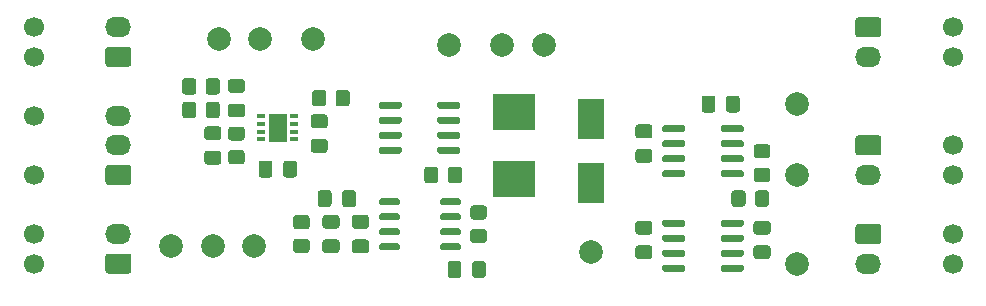
<source format=gts>
G04 #@! TF.GenerationSoftware,KiCad,Pcbnew,(5.1.10)-1*
G04 #@! TF.CreationDate,2021-10-14T23:30:01+01:00*
G04 #@! TF.ProjectId,Battery,42617474-6572-4792-9e6b-696361645f70,rev?*
G04 #@! TF.SameCoordinates,Original*
G04 #@! TF.FileFunction,Soldermask,Top*
G04 #@! TF.FilePolarity,Negative*
%FSLAX46Y46*%
G04 Gerber Fmt 4.6, Leading zero omitted, Abs format (unit mm)*
G04 Created by KiCad (PCBNEW (5.1.10)-1) date 2021-10-14 23:30:01*
%MOMM*%
%LPD*%
G01*
G04 APERTURE LIST*
%ADD10C,2.000000*%
%ADD11R,0.650000X0.350000*%
%ADD12R,1.550000X2.400000*%
%ADD13R,3.600000X3.100000*%
%ADD14C,1.700000*%
%ADD15O,2.200000X1.700000*%
%ADD16R,2.300000X3.500000*%
G04 APERTURE END LIST*
D10*
X227000000Y-62000000D03*
X244500000Y-49500000D03*
X223000000Y-44500000D03*
G36*
G01*
X196525000Y-49450000D02*
X197475000Y-49450000D01*
G75*
G02*
X197725000Y-49700000I0J-250000D01*
G01*
X197725000Y-50375000D01*
G75*
G02*
X197475000Y-50625000I-250000J0D01*
G01*
X196525000Y-50625000D01*
G75*
G02*
X196275000Y-50375000I0J250000D01*
G01*
X196275000Y-49700000D01*
G75*
G02*
X196525000Y-49450000I250000J0D01*
G01*
G37*
G36*
G01*
X196525000Y-47375000D02*
X197475000Y-47375000D01*
G75*
G02*
X197725000Y-47625000I0J-250000D01*
G01*
X197725000Y-48300000D01*
G75*
G02*
X197475000Y-48550000I-250000J0D01*
G01*
X196525000Y-48550000D01*
G75*
G02*
X196275000Y-48300000I0J250000D01*
G01*
X196275000Y-47625000D01*
G75*
G02*
X196525000Y-47375000I250000J0D01*
G01*
G37*
G36*
G01*
X238000000Y-51745000D02*
X238000000Y-51445000D01*
G75*
G02*
X238150000Y-51295000I150000J0D01*
G01*
X239800000Y-51295000D01*
G75*
G02*
X239950000Y-51445000I0J-150000D01*
G01*
X239950000Y-51745000D01*
G75*
G02*
X239800000Y-51895000I-150000J0D01*
G01*
X238150000Y-51895000D01*
G75*
G02*
X238000000Y-51745000I0J150000D01*
G01*
G37*
G36*
G01*
X238000000Y-53015000D02*
X238000000Y-52715000D01*
G75*
G02*
X238150000Y-52565000I150000J0D01*
G01*
X239800000Y-52565000D01*
G75*
G02*
X239950000Y-52715000I0J-150000D01*
G01*
X239950000Y-53015000D01*
G75*
G02*
X239800000Y-53165000I-150000J0D01*
G01*
X238150000Y-53165000D01*
G75*
G02*
X238000000Y-53015000I0J150000D01*
G01*
G37*
G36*
G01*
X238000000Y-54285000D02*
X238000000Y-53985000D01*
G75*
G02*
X238150000Y-53835000I150000J0D01*
G01*
X239800000Y-53835000D01*
G75*
G02*
X239950000Y-53985000I0J-150000D01*
G01*
X239950000Y-54285000D01*
G75*
G02*
X239800000Y-54435000I-150000J0D01*
G01*
X238150000Y-54435000D01*
G75*
G02*
X238000000Y-54285000I0J150000D01*
G01*
G37*
G36*
G01*
X238000000Y-55555000D02*
X238000000Y-55255000D01*
G75*
G02*
X238150000Y-55105000I150000J0D01*
G01*
X239800000Y-55105000D01*
G75*
G02*
X239950000Y-55255000I0J-150000D01*
G01*
X239950000Y-55555000D01*
G75*
G02*
X239800000Y-55705000I-150000J0D01*
G01*
X238150000Y-55705000D01*
G75*
G02*
X238000000Y-55555000I0J150000D01*
G01*
G37*
G36*
G01*
X233050000Y-55555000D02*
X233050000Y-55255000D01*
G75*
G02*
X233200000Y-55105000I150000J0D01*
G01*
X234850000Y-55105000D01*
G75*
G02*
X235000000Y-55255000I0J-150000D01*
G01*
X235000000Y-55555000D01*
G75*
G02*
X234850000Y-55705000I-150000J0D01*
G01*
X233200000Y-55705000D01*
G75*
G02*
X233050000Y-55555000I0J150000D01*
G01*
G37*
G36*
G01*
X233050000Y-54285000D02*
X233050000Y-53985000D01*
G75*
G02*
X233200000Y-53835000I150000J0D01*
G01*
X234850000Y-53835000D01*
G75*
G02*
X235000000Y-53985000I0J-150000D01*
G01*
X235000000Y-54285000D01*
G75*
G02*
X234850000Y-54435000I-150000J0D01*
G01*
X233200000Y-54435000D01*
G75*
G02*
X233050000Y-54285000I0J150000D01*
G01*
G37*
G36*
G01*
X233050000Y-53015000D02*
X233050000Y-52715000D01*
G75*
G02*
X233200000Y-52565000I150000J0D01*
G01*
X234850000Y-52565000D01*
G75*
G02*
X235000000Y-52715000I0J-150000D01*
G01*
X235000000Y-53015000D01*
G75*
G02*
X234850000Y-53165000I-150000J0D01*
G01*
X233200000Y-53165000D01*
G75*
G02*
X233050000Y-53015000I0J150000D01*
G01*
G37*
G36*
G01*
X233050000Y-51745000D02*
X233050000Y-51445000D01*
G75*
G02*
X233200000Y-51295000I150000J0D01*
G01*
X234850000Y-51295000D01*
G75*
G02*
X235000000Y-51445000I0J-150000D01*
G01*
X235000000Y-51745000D01*
G75*
G02*
X234850000Y-51895000I-150000J0D01*
G01*
X233200000Y-51895000D01*
G75*
G02*
X233050000Y-51745000I0J150000D01*
G01*
G37*
G36*
G01*
X238000000Y-59745000D02*
X238000000Y-59445000D01*
G75*
G02*
X238150000Y-59295000I150000J0D01*
G01*
X239800000Y-59295000D01*
G75*
G02*
X239950000Y-59445000I0J-150000D01*
G01*
X239950000Y-59745000D01*
G75*
G02*
X239800000Y-59895000I-150000J0D01*
G01*
X238150000Y-59895000D01*
G75*
G02*
X238000000Y-59745000I0J150000D01*
G01*
G37*
G36*
G01*
X238000000Y-61015000D02*
X238000000Y-60715000D01*
G75*
G02*
X238150000Y-60565000I150000J0D01*
G01*
X239800000Y-60565000D01*
G75*
G02*
X239950000Y-60715000I0J-150000D01*
G01*
X239950000Y-61015000D01*
G75*
G02*
X239800000Y-61165000I-150000J0D01*
G01*
X238150000Y-61165000D01*
G75*
G02*
X238000000Y-61015000I0J150000D01*
G01*
G37*
G36*
G01*
X238000000Y-62285000D02*
X238000000Y-61985000D01*
G75*
G02*
X238150000Y-61835000I150000J0D01*
G01*
X239800000Y-61835000D01*
G75*
G02*
X239950000Y-61985000I0J-150000D01*
G01*
X239950000Y-62285000D01*
G75*
G02*
X239800000Y-62435000I-150000J0D01*
G01*
X238150000Y-62435000D01*
G75*
G02*
X238000000Y-62285000I0J150000D01*
G01*
G37*
G36*
G01*
X238000000Y-63555000D02*
X238000000Y-63255000D01*
G75*
G02*
X238150000Y-63105000I150000J0D01*
G01*
X239800000Y-63105000D01*
G75*
G02*
X239950000Y-63255000I0J-150000D01*
G01*
X239950000Y-63555000D01*
G75*
G02*
X239800000Y-63705000I-150000J0D01*
G01*
X238150000Y-63705000D01*
G75*
G02*
X238000000Y-63555000I0J150000D01*
G01*
G37*
G36*
G01*
X233050000Y-63555000D02*
X233050000Y-63255000D01*
G75*
G02*
X233200000Y-63105000I150000J0D01*
G01*
X234850000Y-63105000D01*
G75*
G02*
X235000000Y-63255000I0J-150000D01*
G01*
X235000000Y-63555000D01*
G75*
G02*
X234850000Y-63705000I-150000J0D01*
G01*
X233200000Y-63705000D01*
G75*
G02*
X233050000Y-63555000I0J150000D01*
G01*
G37*
G36*
G01*
X233050000Y-62285000D02*
X233050000Y-61985000D01*
G75*
G02*
X233200000Y-61835000I150000J0D01*
G01*
X234850000Y-61835000D01*
G75*
G02*
X235000000Y-61985000I0J-150000D01*
G01*
X235000000Y-62285000D01*
G75*
G02*
X234850000Y-62435000I-150000J0D01*
G01*
X233200000Y-62435000D01*
G75*
G02*
X233050000Y-62285000I0J150000D01*
G01*
G37*
G36*
G01*
X233050000Y-61015000D02*
X233050000Y-60715000D01*
G75*
G02*
X233200000Y-60565000I150000J0D01*
G01*
X234850000Y-60565000D01*
G75*
G02*
X235000000Y-60715000I0J-150000D01*
G01*
X235000000Y-61015000D01*
G75*
G02*
X234850000Y-61165000I-150000J0D01*
G01*
X233200000Y-61165000D01*
G75*
G02*
X233050000Y-61015000I0J150000D01*
G01*
G37*
G36*
G01*
X233050000Y-59745000D02*
X233050000Y-59445000D01*
G75*
G02*
X233200000Y-59295000I150000J0D01*
G01*
X234850000Y-59295000D01*
G75*
G02*
X235000000Y-59445000I0J-150000D01*
G01*
X235000000Y-59745000D01*
G75*
G02*
X234850000Y-59895000I-150000J0D01*
G01*
X233200000Y-59895000D01*
G75*
G02*
X233050000Y-59745000I0J150000D01*
G01*
G37*
G36*
G01*
X214240000Y-57915000D02*
X214240000Y-57615000D01*
G75*
G02*
X214390000Y-57465000I150000J0D01*
G01*
X215840000Y-57465000D01*
G75*
G02*
X215990000Y-57615000I0J-150000D01*
G01*
X215990000Y-57915000D01*
G75*
G02*
X215840000Y-58065000I-150000J0D01*
G01*
X214390000Y-58065000D01*
G75*
G02*
X214240000Y-57915000I0J150000D01*
G01*
G37*
G36*
G01*
X214240000Y-59185000D02*
X214240000Y-58885000D01*
G75*
G02*
X214390000Y-58735000I150000J0D01*
G01*
X215840000Y-58735000D01*
G75*
G02*
X215990000Y-58885000I0J-150000D01*
G01*
X215990000Y-59185000D01*
G75*
G02*
X215840000Y-59335000I-150000J0D01*
G01*
X214390000Y-59335000D01*
G75*
G02*
X214240000Y-59185000I0J150000D01*
G01*
G37*
G36*
G01*
X214240000Y-60455000D02*
X214240000Y-60155000D01*
G75*
G02*
X214390000Y-60005000I150000J0D01*
G01*
X215840000Y-60005000D01*
G75*
G02*
X215990000Y-60155000I0J-150000D01*
G01*
X215990000Y-60455000D01*
G75*
G02*
X215840000Y-60605000I-150000J0D01*
G01*
X214390000Y-60605000D01*
G75*
G02*
X214240000Y-60455000I0J150000D01*
G01*
G37*
G36*
G01*
X214240000Y-61725000D02*
X214240000Y-61425000D01*
G75*
G02*
X214390000Y-61275000I150000J0D01*
G01*
X215840000Y-61275000D01*
G75*
G02*
X215990000Y-61425000I0J-150000D01*
G01*
X215990000Y-61725000D01*
G75*
G02*
X215840000Y-61875000I-150000J0D01*
G01*
X214390000Y-61875000D01*
G75*
G02*
X214240000Y-61725000I0J150000D01*
G01*
G37*
G36*
G01*
X209090000Y-61725000D02*
X209090000Y-61425000D01*
G75*
G02*
X209240000Y-61275000I150000J0D01*
G01*
X210690000Y-61275000D01*
G75*
G02*
X210840000Y-61425000I0J-150000D01*
G01*
X210840000Y-61725000D01*
G75*
G02*
X210690000Y-61875000I-150000J0D01*
G01*
X209240000Y-61875000D01*
G75*
G02*
X209090000Y-61725000I0J150000D01*
G01*
G37*
G36*
G01*
X209090000Y-60455000D02*
X209090000Y-60155000D01*
G75*
G02*
X209240000Y-60005000I150000J0D01*
G01*
X210690000Y-60005000D01*
G75*
G02*
X210840000Y-60155000I0J-150000D01*
G01*
X210840000Y-60455000D01*
G75*
G02*
X210690000Y-60605000I-150000J0D01*
G01*
X209240000Y-60605000D01*
G75*
G02*
X209090000Y-60455000I0J150000D01*
G01*
G37*
G36*
G01*
X209090000Y-59185000D02*
X209090000Y-58885000D01*
G75*
G02*
X209240000Y-58735000I150000J0D01*
G01*
X210690000Y-58735000D01*
G75*
G02*
X210840000Y-58885000I0J-150000D01*
G01*
X210840000Y-59185000D01*
G75*
G02*
X210690000Y-59335000I-150000J0D01*
G01*
X209240000Y-59335000D01*
G75*
G02*
X209090000Y-59185000I0J150000D01*
G01*
G37*
G36*
G01*
X209090000Y-57915000D02*
X209090000Y-57615000D01*
G75*
G02*
X209240000Y-57465000I150000J0D01*
G01*
X210690000Y-57465000D01*
G75*
G02*
X210840000Y-57615000I0J-150000D01*
G01*
X210840000Y-57915000D01*
G75*
G02*
X210690000Y-58065000I-150000J0D01*
G01*
X209240000Y-58065000D01*
G75*
G02*
X209090000Y-57915000I0J150000D01*
G01*
G37*
D11*
X199100000Y-50525000D03*
X199100000Y-51175000D03*
X199100000Y-51825000D03*
X199100000Y-52475000D03*
X201900000Y-52475000D03*
X201900000Y-51825000D03*
X201900000Y-51175000D03*
X201900000Y-50525000D03*
D12*
X200500000Y-51500000D03*
D10*
X198500000Y-61500000D03*
X195000000Y-61500000D03*
X191500000Y-61500000D03*
X244500000Y-55500000D03*
X244500000Y-63000000D03*
X215000000Y-44500000D03*
X219500000Y-44500000D03*
X203500000Y-44000000D03*
X199000000Y-44000000D03*
X195500000Y-44000000D03*
G36*
G01*
X241950001Y-54100000D02*
X241049999Y-54100000D01*
G75*
G02*
X240800000Y-53850001I0J249999D01*
G01*
X240800000Y-53149999D01*
G75*
G02*
X241049999Y-52900000I249999J0D01*
G01*
X241950001Y-52900000D01*
G75*
G02*
X242200000Y-53149999I0J-249999D01*
G01*
X242200000Y-53850001D01*
G75*
G02*
X241950001Y-54100000I-249999J0D01*
G01*
G37*
G36*
G01*
X241950001Y-56100000D02*
X241049999Y-56100000D01*
G75*
G02*
X240800000Y-55850001I0J249999D01*
G01*
X240800000Y-55149999D01*
G75*
G02*
X241049999Y-54900000I249999J0D01*
G01*
X241950001Y-54900000D01*
G75*
G02*
X242200000Y-55149999I0J-249999D01*
G01*
X242200000Y-55850001D01*
G75*
G02*
X241950001Y-56100000I-249999J0D01*
G01*
G37*
G36*
G01*
X240100000Y-57049999D02*
X240100000Y-57950001D01*
G75*
G02*
X239850001Y-58200000I-249999J0D01*
G01*
X239149999Y-58200000D01*
G75*
G02*
X238900000Y-57950001I0J249999D01*
G01*
X238900000Y-57049999D01*
G75*
G02*
X239149999Y-56800000I249999J0D01*
G01*
X239850001Y-56800000D01*
G75*
G02*
X240100000Y-57049999I0J-249999D01*
G01*
G37*
G36*
G01*
X242100000Y-57049999D02*
X242100000Y-57950001D01*
G75*
G02*
X241850001Y-58200000I-249999J0D01*
G01*
X241149999Y-58200000D01*
G75*
G02*
X240900000Y-57950001I0J249999D01*
G01*
X240900000Y-57049999D01*
G75*
G02*
X241149999Y-56800000I249999J0D01*
G01*
X241850001Y-56800000D01*
G75*
G02*
X242100000Y-57049999I0J-249999D01*
G01*
G37*
G36*
G01*
X212900000Y-55950001D02*
X212900000Y-55049999D01*
G75*
G02*
X213149999Y-54800000I249999J0D01*
G01*
X213850001Y-54800000D01*
G75*
G02*
X214100000Y-55049999I0J-249999D01*
G01*
X214100000Y-55950001D01*
G75*
G02*
X213850001Y-56200000I-249999J0D01*
G01*
X213149999Y-56200000D01*
G75*
G02*
X212900000Y-55950001I0J249999D01*
G01*
G37*
G36*
G01*
X214900000Y-55950001D02*
X214900000Y-55049999D01*
G75*
G02*
X215149999Y-54800000I249999J0D01*
G01*
X215850001Y-54800000D01*
G75*
G02*
X216100000Y-55049999I0J-249999D01*
G01*
X216100000Y-55950001D01*
G75*
G02*
X215850001Y-56200000I-249999J0D01*
G01*
X215149999Y-56200000D01*
G75*
G02*
X214900000Y-55950001I0J249999D01*
G01*
G37*
G36*
G01*
X206600000Y-48549999D02*
X206600000Y-49450001D01*
G75*
G02*
X206350001Y-49700000I-249999J0D01*
G01*
X205649999Y-49700000D01*
G75*
G02*
X205400000Y-49450001I0J249999D01*
G01*
X205400000Y-48549999D01*
G75*
G02*
X205649999Y-48300000I249999J0D01*
G01*
X206350001Y-48300000D01*
G75*
G02*
X206600000Y-48549999I0J-249999D01*
G01*
G37*
G36*
G01*
X204600000Y-48549999D02*
X204600000Y-49450001D01*
G75*
G02*
X204350001Y-49700000I-249999J0D01*
G01*
X203649999Y-49700000D01*
G75*
G02*
X203400000Y-49450001I0J249999D01*
G01*
X203400000Y-48549999D01*
G75*
G02*
X203649999Y-48300000I249999J0D01*
G01*
X204350001Y-48300000D01*
G75*
G02*
X204600000Y-48549999I0J-249999D01*
G01*
G37*
G36*
G01*
X202049999Y-58900000D02*
X202950001Y-58900000D01*
G75*
G02*
X203200000Y-59149999I0J-249999D01*
G01*
X203200000Y-59850001D01*
G75*
G02*
X202950001Y-60100000I-249999J0D01*
G01*
X202049999Y-60100000D01*
G75*
G02*
X201800000Y-59850001I0J249999D01*
G01*
X201800000Y-59149999D01*
G75*
G02*
X202049999Y-58900000I249999J0D01*
G01*
G37*
G36*
G01*
X202049999Y-60900000D02*
X202950001Y-60900000D01*
G75*
G02*
X203200000Y-61149999I0J-249999D01*
G01*
X203200000Y-61850001D01*
G75*
G02*
X202950001Y-62100000I-249999J0D01*
G01*
X202049999Y-62100000D01*
G75*
G02*
X201800000Y-61850001I0J249999D01*
G01*
X201800000Y-61149999D01*
G75*
G02*
X202049999Y-60900000I249999J0D01*
G01*
G37*
G36*
G01*
X197450001Y-54600000D02*
X196549999Y-54600000D01*
G75*
G02*
X196300000Y-54350001I0J249999D01*
G01*
X196300000Y-53649999D01*
G75*
G02*
X196549999Y-53400000I249999J0D01*
G01*
X197450001Y-53400000D01*
G75*
G02*
X197700000Y-53649999I0J-249999D01*
G01*
X197700000Y-54350001D01*
G75*
G02*
X197450001Y-54600000I-249999J0D01*
G01*
G37*
G36*
G01*
X197450001Y-52600000D02*
X196549999Y-52600000D01*
G75*
G02*
X196300000Y-52350001I0J249999D01*
G01*
X196300000Y-51649999D01*
G75*
G02*
X196549999Y-51400000I249999J0D01*
G01*
X197450001Y-51400000D01*
G75*
G02*
X197700000Y-51649999I0J-249999D01*
G01*
X197700000Y-52350001D01*
G75*
G02*
X197450001Y-52600000I-249999J0D01*
G01*
G37*
G36*
G01*
X192400000Y-50450001D02*
X192400000Y-49549999D01*
G75*
G02*
X192649999Y-49300000I249999J0D01*
G01*
X193350001Y-49300000D01*
G75*
G02*
X193600000Y-49549999I0J-249999D01*
G01*
X193600000Y-50450001D01*
G75*
G02*
X193350001Y-50700000I-249999J0D01*
G01*
X192649999Y-50700000D01*
G75*
G02*
X192400000Y-50450001I0J249999D01*
G01*
G37*
G36*
G01*
X194400000Y-50450001D02*
X194400000Y-49549999D01*
G75*
G02*
X194649999Y-49300000I249999J0D01*
G01*
X195350001Y-49300000D01*
G75*
G02*
X195600000Y-49549999I0J-249999D01*
G01*
X195600000Y-50450001D01*
G75*
G02*
X195350001Y-50700000I-249999J0D01*
G01*
X194649999Y-50700000D01*
G75*
G02*
X194400000Y-50450001I0J249999D01*
G01*
G37*
G36*
G01*
X192400000Y-48450001D02*
X192400000Y-47549999D01*
G75*
G02*
X192649999Y-47300000I249999J0D01*
G01*
X193350001Y-47300000D01*
G75*
G02*
X193600000Y-47549999I0J-249999D01*
G01*
X193600000Y-48450001D01*
G75*
G02*
X193350001Y-48700000I-249999J0D01*
G01*
X192649999Y-48700000D01*
G75*
G02*
X192400000Y-48450001I0J249999D01*
G01*
G37*
G36*
G01*
X194400000Y-48450001D02*
X194400000Y-47549999D01*
G75*
G02*
X194649999Y-47300000I249999J0D01*
G01*
X195350001Y-47300000D01*
G75*
G02*
X195600000Y-47549999I0J-249999D01*
G01*
X195600000Y-48450001D01*
G75*
G02*
X195350001Y-48700000I-249999J0D01*
G01*
X194649999Y-48700000D01*
G75*
G02*
X194400000Y-48450001I0J249999D01*
G01*
G37*
G36*
G01*
X217950001Y-61270000D02*
X217049999Y-61270000D01*
G75*
G02*
X216800000Y-61020001I0J249999D01*
G01*
X216800000Y-60319999D01*
G75*
G02*
X217049999Y-60070000I249999J0D01*
G01*
X217950001Y-60070000D01*
G75*
G02*
X218200000Y-60319999I0J-249999D01*
G01*
X218200000Y-61020001D01*
G75*
G02*
X217950001Y-61270000I-249999J0D01*
G01*
G37*
G36*
G01*
X217950001Y-59270000D02*
X217049999Y-59270000D01*
G75*
G02*
X216800000Y-59020001I0J249999D01*
G01*
X216800000Y-58319999D01*
G75*
G02*
X217049999Y-58070000I249999J0D01*
G01*
X217950001Y-58070000D01*
G75*
G02*
X218200000Y-58319999I0J-249999D01*
G01*
X218200000Y-59020001D01*
G75*
G02*
X217950001Y-59270000I-249999J0D01*
G01*
G37*
G36*
G01*
X209050000Y-49745000D02*
X209050000Y-49445000D01*
G75*
G02*
X209200000Y-49295000I150000J0D01*
G01*
X210850000Y-49295000D01*
G75*
G02*
X211000000Y-49445000I0J-150000D01*
G01*
X211000000Y-49745000D01*
G75*
G02*
X210850000Y-49895000I-150000J0D01*
G01*
X209200000Y-49895000D01*
G75*
G02*
X209050000Y-49745000I0J150000D01*
G01*
G37*
G36*
G01*
X209050000Y-51015000D02*
X209050000Y-50715000D01*
G75*
G02*
X209200000Y-50565000I150000J0D01*
G01*
X210850000Y-50565000D01*
G75*
G02*
X211000000Y-50715000I0J-150000D01*
G01*
X211000000Y-51015000D01*
G75*
G02*
X210850000Y-51165000I-150000J0D01*
G01*
X209200000Y-51165000D01*
G75*
G02*
X209050000Y-51015000I0J150000D01*
G01*
G37*
G36*
G01*
X209050000Y-52285000D02*
X209050000Y-51985000D01*
G75*
G02*
X209200000Y-51835000I150000J0D01*
G01*
X210850000Y-51835000D01*
G75*
G02*
X211000000Y-51985000I0J-150000D01*
G01*
X211000000Y-52285000D01*
G75*
G02*
X210850000Y-52435000I-150000J0D01*
G01*
X209200000Y-52435000D01*
G75*
G02*
X209050000Y-52285000I0J150000D01*
G01*
G37*
G36*
G01*
X209050000Y-53555000D02*
X209050000Y-53255000D01*
G75*
G02*
X209200000Y-53105000I150000J0D01*
G01*
X210850000Y-53105000D01*
G75*
G02*
X211000000Y-53255000I0J-150000D01*
G01*
X211000000Y-53555000D01*
G75*
G02*
X210850000Y-53705000I-150000J0D01*
G01*
X209200000Y-53705000D01*
G75*
G02*
X209050000Y-53555000I0J150000D01*
G01*
G37*
G36*
G01*
X214000000Y-53555000D02*
X214000000Y-53255000D01*
G75*
G02*
X214150000Y-53105000I150000J0D01*
G01*
X215800000Y-53105000D01*
G75*
G02*
X215950000Y-53255000I0J-150000D01*
G01*
X215950000Y-53555000D01*
G75*
G02*
X215800000Y-53705000I-150000J0D01*
G01*
X214150000Y-53705000D01*
G75*
G02*
X214000000Y-53555000I0J150000D01*
G01*
G37*
G36*
G01*
X214000000Y-52285000D02*
X214000000Y-51985000D01*
G75*
G02*
X214150000Y-51835000I150000J0D01*
G01*
X215800000Y-51835000D01*
G75*
G02*
X215950000Y-51985000I0J-150000D01*
G01*
X215950000Y-52285000D01*
G75*
G02*
X215800000Y-52435000I-150000J0D01*
G01*
X214150000Y-52435000D01*
G75*
G02*
X214000000Y-52285000I0J150000D01*
G01*
G37*
G36*
G01*
X214000000Y-51015000D02*
X214000000Y-50715000D01*
G75*
G02*
X214150000Y-50565000I150000J0D01*
G01*
X215800000Y-50565000D01*
G75*
G02*
X215950000Y-50715000I0J-150000D01*
G01*
X215950000Y-51015000D01*
G75*
G02*
X215800000Y-51165000I-150000J0D01*
G01*
X214150000Y-51165000D01*
G75*
G02*
X214000000Y-51015000I0J150000D01*
G01*
G37*
G36*
G01*
X214000000Y-49745000D02*
X214000000Y-49445000D01*
G75*
G02*
X214150000Y-49295000I150000J0D01*
G01*
X215800000Y-49295000D01*
G75*
G02*
X215950000Y-49445000I0J-150000D01*
G01*
X215950000Y-49745000D01*
G75*
G02*
X215800000Y-49895000I-150000J0D01*
G01*
X214150000Y-49895000D01*
G75*
G02*
X214000000Y-49745000I0J150000D01*
G01*
G37*
D13*
X220500000Y-55800000D03*
X220500000Y-50200000D03*
D14*
X179820000Y-60500000D03*
X179820000Y-63000000D03*
D15*
X187000000Y-60500000D03*
G36*
G01*
X188100000Y-62400000D02*
X188100000Y-63600000D01*
G75*
G02*
X187850000Y-63850000I-250000J0D01*
G01*
X186150000Y-63850000D01*
G75*
G02*
X185900000Y-63600000I0J250000D01*
G01*
X185900000Y-62400000D01*
G75*
G02*
X186150000Y-62150000I250000J0D01*
G01*
X187850000Y-62150000D01*
G75*
G02*
X188100000Y-62400000I0J-250000D01*
G01*
G37*
G36*
G01*
X249400000Y-53600000D02*
X249400000Y-52400000D01*
G75*
G02*
X249650000Y-52150000I250000J0D01*
G01*
X251350000Y-52150000D01*
G75*
G02*
X251600000Y-52400000I0J-250000D01*
G01*
X251600000Y-53600000D01*
G75*
G02*
X251350000Y-53850000I-250000J0D01*
G01*
X249650000Y-53850000D01*
G75*
G02*
X249400000Y-53600000I0J250000D01*
G01*
G37*
X250500000Y-55500000D03*
D14*
X257680000Y-53000000D03*
X257680000Y-55500000D03*
G36*
G01*
X249400000Y-61100000D02*
X249400000Y-59900000D01*
G75*
G02*
X249650000Y-59650000I250000J0D01*
G01*
X251350000Y-59650000D01*
G75*
G02*
X251600000Y-59900000I0J-250000D01*
G01*
X251600000Y-61100000D01*
G75*
G02*
X251350000Y-61350000I-250000J0D01*
G01*
X249650000Y-61350000D01*
G75*
G02*
X249400000Y-61100000I0J250000D01*
G01*
G37*
D15*
X250500000Y-63000000D03*
D14*
X257680000Y-60500000D03*
X257680000Y-63000000D03*
X179820000Y-43000000D03*
X179820000Y-45500000D03*
D15*
X187000000Y-43000000D03*
G36*
G01*
X188100000Y-44900000D02*
X188100000Y-46100000D01*
G75*
G02*
X187850000Y-46350000I-250000J0D01*
G01*
X186150000Y-46350000D01*
G75*
G02*
X185900000Y-46100000I0J250000D01*
G01*
X185900000Y-44900000D01*
G75*
G02*
X186150000Y-44650000I250000J0D01*
G01*
X187850000Y-44650000D01*
G75*
G02*
X188100000Y-44900000I0J-250000D01*
G01*
G37*
G36*
G01*
X249400000Y-43600000D02*
X249400000Y-42400000D01*
G75*
G02*
X249650000Y-42150000I250000J0D01*
G01*
X251350000Y-42150000D01*
G75*
G02*
X251600000Y-42400000I0J-250000D01*
G01*
X251600000Y-43600000D01*
G75*
G02*
X251350000Y-43850000I-250000J0D01*
G01*
X249650000Y-43850000D01*
G75*
G02*
X249400000Y-43600000I0J250000D01*
G01*
G37*
X250500000Y-45500000D03*
D14*
X257680000Y-43000000D03*
X257680000Y-45500000D03*
X179820000Y-50500000D03*
X179820000Y-55500000D03*
D15*
X187000000Y-50500000D03*
X187000000Y-53000000D03*
G36*
G01*
X188100000Y-54900000D02*
X188100000Y-56100000D01*
G75*
G02*
X187850000Y-56350000I-250000J0D01*
G01*
X186150000Y-56350000D01*
G75*
G02*
X185900000Y-56100000I0J250000D01*
G01*
X185900000Y-54900000D01*
G75*
G02*
X186150000Y-54650000I250000J0D01*
G01*
X187850000Y-54650000D01*
G75*
G02*
X188100000Y-54900000I0J-250000D01*
G01*
G37*
D16*
X227000000Y-56200000D03*
X227000000Y-50800000D03*
G36*
G01*
X239625000Y-49025000D02*
X239625000Y-49975000D01*
G75*
G02*
X239375000Y-50225000I-250000J0D01*
G01*
X238700000Y-50225000D01*
G75*
G02*
X238450000Y-49975000I0J250000D01*
G01*
X238450000Y-49025000D01*
G75*
G02*
X238700000Y-48775000I250000J0D01*
G01*
X239375000Y-48775000D01*
G75*
G02*
X239625000Y-49025000I0J-250000D01*
G01*
G37*
G36*
G01*
X237550000Y-49025000D02*
X237550000Y-49975000D01*
G75*
G02*
X237300000Y-50225000I-250000J0D01*
G01*
X236625000Y-50225000D01*
G75*
G02*
X236375000Y-49975000I0J250000D01*
G01*
X236375000Y-49025000D01*
G75*
G02*
X236625000Y-48775000I250000J0D01*
G01*
X237300000Y-48775000D01*
G75*
G02*
X237550000Y-49025000I0J-250000D01*
G01*
G37*
G36*
G01*
X241025000Y-59375000D02*
X241975000Y-59375000D01*
G75*
G02*
X242225000Y-59625000I0J-250000D01*
G01*
X242225000Y-60300000D01*
G75*
G02*
X241975000Y-60550000I-250000J0D01*
G01*
X241025000Y-60550000D01*
G75*
G02*
X240775000Y-60300000I0J250000D01*
G01*
X240775000Y-59625000D01*
G75*
G02*
X241025000Y-59375000I250000J0D01*
G01*
G37*
G36*
G01*
X241025000Y-61450000D02*
X241975000Y-61450000D01*
G75*
G02*
X242225000Y-61700000I0J-250000D01*
G01*
X242225000Y-62375000D01*
G75*
G02*
X241975000Y-62625000I-250000J0D01*
G01*
X241025000Y-62625000D01*
G75*
G02*
X240775000Y-62375000I0J250000D01*
G01*
X240775000Y-61700000D01*
G75*
G02*
X241025000Y-61450000I250000J0D01*
G01*
G37*
G36*
G01*
X231025000Y-51225000D02*
X231975000Y-51225000D01*
G75*
G02*
X232225000Y-51475000I0J-250000D01*
G01*
X232225000Y-52150000D01*
G75*
G02*
X231975000Y-52400000I-250000J0D01*
G01*
X231025000Y-52400000D01*
G75*
G02*
X230775000Y-52150000I0J250000D01*
G01*
X230775000Y-51475000D01*
G75*
G02*
X231025000Y-51225000I250000J0D01*
G01*
G37*
G36*
G01*
X231025000Y-53300000D02*
X231975000Y-53300000D01*
G75*
G02*
X232225000Y-53550000I0J-250000D01*
G01*
X232225000Y-54225000D01*
G75*
G02*
X231975000Y-54475000I-250000J0D01*
G01*
X231025000Y-54475000D01*
G75*
G02*
X230775000Y-54225000I0J250000D01*
G01*
X230775000Y-53550000D01*
G75*
G02*
X231025000Y-53300000I250000J0D01*
G01*
G37*
G36*
G01*
X231025000Y-59375000D02*
X231975000Y-59375000D01*
G75*
G02*
X232225000Y-59625000I0J-250000D01*
G01*
X232225000Y-60300000D01*
G75*
G02*
X231975000Y-60550000I-250000J0D01*
G01*
X231025000Y-60550000D01*
G75*
G02*
X230775000Y-60300000I0J250000D01*
G01*
X230775000Y-59625000D01*
G75*
G02*
X231025000Y-59375000I250000J0D01*
G01*
G37*
G36*
G01*
X231025000Y-61450000D02*
X231975000Y-61450000D01*
G75*
G02*
X232225000Y-61700000I0J-250000D01*
G01*
X232225000Y-62375000D01*
G75*
G02*
X231975000Y-62625000I-250000J0D01*
G01*
X231025000Y-62625000D01*
G75*
G02*
X230775000Y-62375000I0J250000D01*
G01*
X230775000Y-61700000D01*
G75*
G02*
X231025000Y-61450000I250000J0D01*
G01*
G37*
G36*
G01*
X203525000Y-52450000D02*
X204475000Y-52450000D01*
G75*
G02*
X204725000Y-52700000I0J-250000D01*
G01*
X204725000Y-53375000D01*
G75*
G02*
X204475000Y-53625000I-250000J0D01*
G01*
X203525000Y-53625000D01*
G75*
G02*
X203275000Y-53375000I0J250000D01*
G01*
X203275000Y-52700000D01*
G75*
G02*
X203525000Y-52450000I250000J0D01*
G01*
G37*
G36*
G01*
X203525000Y-50375000D02*
X204475000Y-50375000D01*
G75*
G02*
X204725000Y-50625000I0J-250000D01*
G01*
X204725000Y-51300000D01*
G75*
G02*
X204475000Y-51550000I-250000J0D01*
G01*
X203525000Y-51550000D01*
G75*
G02*
X203275000Y-51300000I0J250000D01*
G01*
X203275000Y-50625000D01*
G75*
G02*
X203525000Y-50375000I250000J0D01*
G01*
G37*
G36*
G01*
X207025000Y-60950000D02*
X207975000Y-60950000D01*
G75*
G02*
X208225000Y-61200000I0J-250000D01*
G01*
X208225000Y-61875000D01*
G75*
G02*
X207975000Y-62125000I-250000J0D01*
G01*
X207025000Y-62125000D01*
G75*
G02*
X206775000Y-61875000I0J250000D01*
G01*
X206775000Y-61200000D01*
G75*
G02*
X207025000Y-60950000I250000J0D01*
G01*
G37*
G36*
G01*
X207025000Y-58875000D02*
X207975000Y-58875000D01*
G75*
G02*
X208225000Y-59125000I0J-250000D01*
G01*
X208225000Y-59800000D01*
G75*
G02*
X207975000Y-60050000I-250000J0D01*
G01*
X207025000Y-60050000D01*
G75*
G02*
X206775000Y-59800000I0J250000D01*
G01*
X206775000Y-59125000D01*
G75*
G02*
X207025000Y-58875000I250000J0D01*
G01*
G37*
G36*
G01*
X204525000Y-60950000D02*
X205475000Y-60950000D01*
G75*
G02*
X205725000Y-61200000I0J-250000D01*
G01*
X205725000Y-61875000D01*
G75*
G02*
X205475000Y-62125000I-250000J0D01*
G01*
X204525000Y-62125000D01*
G75*
G02*
X204275000Y-61875000I0J250000D01*
G01*
X204275000Y-61200000D01*
G75*
G02*
X204525000Y-60950000I250000J0D01*
G01*
G37*
G36*
G01*
X204525000Y-58875000D02*
X205475000Y-58875000D01*
G75*
G02*
X205725000Y-59125000I0J-250000D01*
G01*
X205725000Y-59800000D01*
G75*
G02*
X205475000Y-60050000I-250000J0D01*
G01*
X204525000Y-60050000D01*
G75*
G02*
X204275000Y-59800000I0J250000D01*
G01*
X204275000Y-59125000D01*
G75*
G02*
X204525000Y-58875000I250000J0D01*
G01*
G37*
G36*
G01*
X200950000Y-55475000D02*
X200950000Y-54525000D01*
G75*
G02*
X201200000Y-54275000I250000J0D01*
G01*
X201875000Y-54275000D01*
G75*
G02*
X202125000Y-54525000I0J-250000D01*
G01*
X202125000Y-55475000D01*
G75*
G02*
X201875000Y-55725000I-250000J0D01*
G01*
X201200000Y-55725000D01*
G75*
G02*
X200950000Y-55475000I0J250000D01*
G01*
G37*
G36*
G01*
X198875000Y-55475000D02*
X198875000Y-54525000D01*
G75*
G02*
X199125000Y-54275000I250000J0D01*
G01*
X199800000Y-54275000D01*
G75*
G02*
X200050000Y-54525000I0J-250000D01*
G01*
X200050000Y-55475000D01*
G75*
G02*
X199800000Y-55725000I-250000J0D01*
G01*
X199125000Y-55725000D01*
G75*
G02*
X198875000Y-55475000I0J250000D01*
G01*
G37*
G36*
G01*
X205050000Y-57025000D02*
X205050000Y-57975000D01*
G75*
G02*
X204800000Y-58225000I-250000J0D01*
G01*
X204125000Y-58225000D01*
G75*
G02*
X203875000Y-57975000I0J250000D01*
G01*
X203875000Y-57025000D01*
G75*
G02*
X204125000Y-56775000I250000J0D01*
G01*
X204800000Y-56775000D01*
G75*
G02*
X205050000Y-57025000I0J-250000D01*
G01*
G37*
G36*
G01*
X207125000Y-57025000D02*
X207125000Y-57975000D01*
G75*
G02*
X206875000Y-58225000I-250000J0D01*
G01*
X206200000Y-58225000D01*
G75*
G02*
X205950000Y-57975000I0J250000D01*
G01*
X205950000Y-57025000D01*
G75*
G02*
X206200000Y-56775000I250000J0D01*
G01*
X206875000Y-56775000D01*
G75*
G02*
X207125000Y-57025000I0J-250000D01*
G01*
G37*
G36*
G01*
X194525000Y-53450000D02*
X195475000Y-53450000D01*
G75*
G02*
X195725000Y-53700000I0J-250000D01*
G01*
X195725000Y-54375000D01*
G75*
G02*
X195475000Y-54625000I-250000J0D01*
G01*
X194525000Y-54625000D01*
G75*
G02*
X194275000Y-54375000I0J250000D01*
G01*
X194275000Y-53700000D01*
G75*
G02*
X194525000Y-53450000I250000J0D01*
G01*
G37*
G36*
G01*
X194525000Y-51375000D02*
X195475000Y-51375000D01*
G75*
G02*
X195725000Y-51625000I0J-250000D01*
G01*
X195725000Y-52300000D01*
G75*
G02*
X195475000Y-52550000I-250000J0D01*
G01*
X194525000Y-52550000D01*
G75*
G02*
X194275000Y-52300000I0J250000D01*
G01*
X194275000Y-51625000D01*
G75*
G02*
X194525000Y-51375000I250000J0D01*
G01*
G37*
G36*
G01*
X216050000Y-63025000D02*
X216050000Y-63975000D01*
G75*
G02*
X215800000Y-64225000I-250000J0D01*
G01*
X215125000Y-64225000D01*
G75*
G02*
X214875000Y-63975000I0J250000D01*
G01*
X214875000Y-63025000D01*
G75*
G02*
X215125000Y-62775000I250000J0D01*
G01*
X215800000Y-62775000D01*
G75*
G02*
X216050000Y-63025000I0J-250000D01*
G01*
G37*
G36*
G01*
X218125000Y-63025000D02*
X218125000Y-63975000D01*
G75*
G02*
X217875000Y-64225000I-250000J0D01*
G01*
X217200000Y-64225000D01*
G75*
G02*
X216950000Y-63975000I0J250000D01*
G01*
X216950000Y-63025000D01*
G75*
G02*
X217200000Y-62775000I250000J0D01*
G01*
X217875000Y-62775000D01*
G75*
G02*
X218125000Y-63025000I0J-250000D01*
G01*
G37*
M02*

</source>
